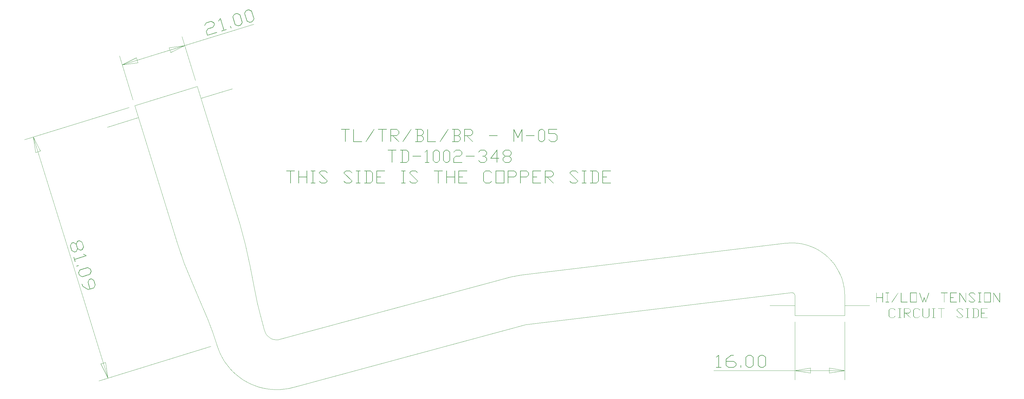
<source format=gbr>
G04 AutoGERB 2.0 for AutoCAD 14*
G04 RS274-X Output *
%FSLAX34Y34*%
%MOMM*%
%ADD12C,0.005000*%
%ADD13C,0.007000*%
G54D12*X1824583Y1198887D02*X2673861Y1301065D01*G54D12*X1805470Y1357741D02*X2654749Y1459919D01*G54D12*X949835Y1312583D02*X935197Y1387116D01*X920187Y1456671*X902957Y1520464*G54D12*X702290Y1458555D02*X565471Y1902026D01*G54D13*X371077Y1431204D02*X362229Y1436691D01*X357675Y1451451*X361894Y1460969*X368510Y1463010*X376825Y1457905*X380786Y1466796*X387403Y1468838*X396282Y1463362*X400836Y1448602*X396586Y1439074*X389969Y1437033*X381678Y1442178*X377693Y1433245*X371077Y1431204*G54D13*X390003Y1438104D02*X395980Y1439948D01*X399891Y1448727*X395563Y1462756*X387395Y1467775*X381417Y1465931*X377492Y1457181*X381820Y1443151*X390003Y1438104*G54D13*X371083Y1432267D02*X377088Y1434120D01*X380979Y1442892*X376651Y1456921*X368503Y1461948*X362498Y1460095*X358598Y1451352*X362927Y1437322*X371083Y1432267*G54D13*X373283Y1400862D02*X368837Y1415271D01*X369652Y1415522*X371730Y1408787*X408108Y1420011*X400524Y1424664*X400922Y1425553*X409605Y1420178*X409812Y1419508*X372020Y1407848*X374098Y1401113*X373283Y1400862*G54D13*X378270Y1386064D02*X377971Y1387032D01*X384275Y1388977*X384574Y1388009*X378270Y1386064*G54D13*X395527Y1351953D02*X386679Y1357439D01*X384349Y1364994*X388567Y1374513*X414076Y1382383*X422956Y1376905*X425287Y1369351*X421037Y1359823*X395527Y1351953*G54D13*X395534Y1353015D02*X420431Y1360696D01*X424351Y1369446*X422236Y1376300*X414069Y1381319*X389172Y1373638*X385272Y1364896*X387386Y1358042*X395534Y1353015*G54D13*X415179Y1310656D02*X397798Y1321402D01*X395520Y1328785*X396335Y1329037*X398505Y1322003*X415186Y1311719*X420904Y1313484*X414334Y1334777*X418578Y1344303*X425195Y1346345*X434074Y1340867*X438628Y1326108*X434378Y1316579*X415179Y1310656*G54D13*X421745Y1313743D02*X433772Y1317454D01*X437683Y1326233*X433355Y1340262*X425187Y1345281*X419209Y1343437*X415283Y1334687*X421745Y1313743*G54D12*X546359Y1896130D02*X210969Y1792656D01*G54D12*X809311Y1128628D02*X450032Y1017784D01*G54D12*X239636Y1801500D02*X359167Y1414064D01*G54D12*X478698Y1026628D02*X359167Y1414064D01*G54D12*X246731Y1751364D02*X262020Y1756080D01*X239636Y1801500*X239636Y1801500*X246731Y1751364*G54D12*X471602Y1076764D02*X456314Y1072047D01*X478698Y1026628*X478698Y1026628*X471602Y1076764*G54D12*X828422Y1134525D02*X814829Y1174965D01*X798762Y1216912*X780683Y1260396*G54D12*X780683Y1260396D02*X750784Y1330221D01*X723997Y1396143*X702290Y1458555*G54D12*X1777234Y1352261D02*X1031196Y1150860D01*G54D12*X1818935Y1197791D02*X1072897Y996390D01*G54D12*X829659Y1130516D02*X834222Y1117368D01*X839689Y1104569*X846032Y1092182*X853221Y1080265*X861222Y1068878*X869995Y1058074*X879499Y1047907*X889686Y1038425*X900508Y1029674*X911913Y1021698*X923844Y1014534*X936245Y1008217*X949055Y1002777*X962213Y998242*X975654Y994633*X989313Y991967*X1003125Y990257*X1017022Y989512*X1030938Y989736*X1044804Y990927*X1058554Y993079*X1072120Y996182*X1072897Y996390*G54D12*X981311Y1181694D02*X969757Y1222763D01*X959398Y1266472*X949835Y1312583*G54D12*X829659Y1130516D02*X828422Y1134525D01*G54D12*X982548Y1177685D02*X983461Y1175055D01*X984554Y1172496*X985823Y1170018*X987261Y1167635*X988861Y1165357*X990615Y1163197*X992516Y1161163*X994554Y1159267*X996718Y1157517*X998999Y1155921*X1001385Y1154489*X1003865Y1153225*X1006427Y1152137*X1009059Y1151230*X1011747Y1150508*X1014479Y1149975*X1017241Y1149633*X1020021Y1149484*X1022804Y1149529*X1025577Y1149767*X1028327Y1150198*X1031040Y1150818*X1031196Y1150860*G54D12*X982548Y1177685D02*X981311Y1181694D01*G54D12*X1824583Y1198887D02*X1821832Y1198458D01*X1819118Y1197840*X1818935Y1197791*G54D12*X1805470Y1357741D02*X1791719Y1355599D01*X1778150Y1352506*X1777234Y1352261*G54D12*X777930Y1925714D02*X878263Y1956668D01*G54D12*X902957Y1520464D02*X766137Y1963936D01*G54D13*X821665Y2162900D02*X815810Y2153912D01*X800680Y2149244*X795310Y2140990*X799021Y2128961*X828733Y2138128*X828984Y2137313*X798255Y2127832*X794199Y2140982*X800053Y2149971*X815151Y2154629*X820544Y2162919*X818700Y2168897*X809574Y2172707*X794843Y2168162*X789375Y2159677*X788449Y2160064*X794222Y2168870*X809720Y2173652*X819623Y2169517*X821665Y2162900*G54D13*X859252Y2146651D02*X844122Y2141983D01*X843871Y2142798*X850943Y2144980*X839719Y2181358*X834747Y2173676*X833822Y2174062*X839565Y2182859*X840269Y2183077*X851929Y2145284*X859001Y2147466*X859252Y2146651*G54D13*X874795Y2151868D02*X873777Y2151554D01*X871833Y2157858*X872850Y2158172*X874795Y2151868*G54D13*X910707Y2169681D02*X904845Y2160717D01*X896912Y2158270*X887019Y2162372*X879148Y2187882*X885001Y2196877*X892934Y2199325*X902837Y2195190*X910707Y2169681*G54D13*X909596Y2169673D02*X901915Y2194570D01*X892821Y2198384*X885624Y2196163*X880260Y2187889*X887941Y2162992*X897028Y2159198*X904225Y2161419*X909596Y2169673*G54D13*X948547Y2181355D02*X942685Y2172392D01*X934753Y2169944*X924859Y2174047*X916988Y2199556*X922842Y2208552*X930774Y2210999*X940677Y2206865*X948547Y2181355*G54D13*X947436Y2181347D02*X939755Y2206244D01*X930661Y2210058*X923464Y2207837*X918101Y2199564*X925782Y2174667*X934868Y2170873*X942066Y2173093*X947436Y2181347*G54D12*X559574Y1921137D02*X516076Y2062127D01*G54D12*X760241Y1983047D02*X716743Y2124036D01*G54D12*X524921Y2033460D02*X625254Y2064415D01*G54D12*X725588Y2095370D02*X625254Y2064415D01*G54D12*X625254Y2064415D02*X946902Y2163649D01*G54D12*X575057Y2040556D02*X570340Y2055845D01*X524921Y2033460*X524921Y2033460*X575057Y2040556*G54D12*X675451Y2088274D02*X680168Y2072985D01*X725588Y2095370*X725588Y2095370*X675451Y2088274*G54D12*X565471Y1902026D02*X766137Y1963936D01*G54D12*X476929Y1832849D02*X577263Y1863804D01*G54D13*X1254747Y1825713D02*X1242003Y1825713D01*X1242003Y1786573*X1241123Y1786573*X1241123Y1825713*X1228378Y1825713*X1228378Y1826573*X1254747Y1826573*X1254747Y1825713*G54D13*X1294317Y1786170D02*X1267519Y1786170D01*X1267519Y1826143*X1268406Y1826143*X1268406Y1787023*X1294317Y1787023*X1294317Y1786170*G54D13*X1334290Y1825925D02*X1307894Y1786382D01*X1307143Y1786805*X1333512Y1826355*X1334290Y1825925*G54D13*X1373458Y1825713D02*X1360713Y1825713D01*X1360713Y1786573*X1359833Y1786573*X1359833Y1825713*X1347089Y1825713*X1347089Y1826573*X1373458Y1826573*X1373458Y1825713*G54D13*X1413485Y1812778D02*X1406615Y1805915D01*X1394300Y1805915*X1413348Y1786921*X1412707Y1786280*X1393099Y1805915*X1387116Y1805915*X1387116Y1786573*X1386229Y1786573*X1386229Y1826573*X1406615Y1826573*X1413485Y1819703*X1413485Y1812778*G54D13*X1412598Y1813126D02*X1412598Y1819382D01*X1406267Y1825707*X1387116Y1825707*X1387116Y1806795*X1406267Y1806795*X1412598Y1813126*G54D13*X1453001Y1825925D02*X1426604Y1786382D01*X1425854Y1786805*X1452223Y1826355*X1453001Y1825925*G54D13*X1492625Y1793007D02*X1485755Y1786170D01*X1465799Y1786170*X1465799Y1787023*X1471967Y1787023*X1471967Y1825713*X1465799Y1825713*X1465799Y1826573*X1485755Y1826573*X1492625Y1819703*X1492625Y1812778*X1486185Y1806372*X1492625Y1799931*X1492625Y1793007*G54D13*X1491738Y1813126D02*X1491738Y1819382D01*X1485407Y1825707*X1472827Y1825707*X1472827Y1806795*X1485407Y1806795*X1491738Y1813126*G54D13*X1491738Y1793327D02*X1491738Y1799611D01*X1485407Y1805915*X1472827Y1805915*X1472827Y1787023*X1485407Y1787023*X1491738Y1793327*G54D13*X1531738Y1786170D02*X1504940Y1786170D01*X1504940Y1826143*X1505827Y1826143*X1505827Y1787023*X1531738Y1787023*X1531738Y1786170*G54D13*X1571711Y1825925D02*X1545315Y1786382D01*X1544565Y1786805*X1570933Y1826355*X1571711Y1825925*G54D13*X1611336Y1793007D02*X1604466Y1786170D01*X1584510Y1786170*X1584510Y1787023*X1590677Y1787023*X1590677Y1825713*X1584510Y1825713*X1584510Y1826573*X1604466Y1826573*X1611336Y1819703*X1611336Y1812778*X1604895Y1806372*X1611336Y1799931*X1611336Y1793007*G54D13*X1610449Y1813126D02*X1610449Y1819382D01*X1604118Y1825707*X1591537Y1825707*X1591537Y1806795*X1604118Y1806795*X1610449Y1813126*G54D13*X1610449Y1793327D02*X1610449Y1799611D01*X1604118Y1805915*X1591537Y1805915*X1591537Y1787023*X1604118Y1787023*X1610449Y1793327*G54D13*X1650906Y1812778D02*X1644036Y1805915D01*X1631721Y1805915*X1650770Y1786921*X1650128Y1786280*X1630521Y1805915*X1624537Y1805915*X1624537Y1786573*X1623650Y1786573*X1623650Y1826573*X1644036Y1826573*X1650906Y1819703*X1650906Y1812778*G54D13*X1650019Y1813126D02*X1650019Y1819382D01*X1643688Y1825707*X1624537Y1825707*X1624537Y1806795*X1643688Y1806795*X1650019Y1813126*G54D13*X1729589Y1805915D02*X1703221Y1805915D01*X1703221Y1806802*X1729589Y1806802*X1729589Y1805915*G54D13*X1809187Y1786573D02*X1808300Y1786573D01*X1808300Y1824260*X1795556Y1798778*X1782818Y1824260*X1782818Y1786573*X1781931Y1786573*X1781931Y1826143*X1782873Y1826143*X1795556Y1800764*X1808245Y1826143*X1809187Y1826143*X1809187Y1786573*G54D13*X1848300Y1805915D02*X1821931Y1805915D01*X1821931Y1806802*X1848300Y1806802*X1848300Y1805915*G54D13*X1881730Y1793007D02*X1874860Y1786170D01*X1867942Y1786170*X1861071Y1793007*X1861071Y1819703*X1867942Y1826573*X1874860Y1826573*X1881730Y1819703*X1881730Y1793007*G54D13*X1880843Y1793327D02*X1880843Y1819382D01*X1874539Y1825707*X1868262Y1825707*X1861958Y1819382*X1861958Y1793327*X1868262Y1787023*X1874539Y1787023*X1880843Y1793327*G54D13*X1921327Y1793007D02*X1914457Y1786170D01*X1900942Y1786170*X1894181Y1792850*X1894822Y1793491*X1901262Y1787023*X1914109Y1787023*X1920440Y1793327*X1920440Y1806208*X1914109Y1812512*X1894072Y1812512*X1894072Y1826573*X1920870Y1826573*X1920870Y1825713*X1894959Y1825713*X1894959Y1813399*X1914457Y1813399*X1921327Y1806529*X1921327Y1793007*G54D13*X1078080Y1692380D02*X1065336Y1692380D01*X1065336Y1653240*X1064456Y1653240*X1064456Y1692380*X1051711Y1692380*X1051711Y1693240*X1078080Y1693240*X1078080Y1692380*G54D13*X1118107Y1653240D02*X1117220Y1653240D01*X1117220Y1672582*X1091739Y1672582*X1091739Y1653240*X1090852Y1653240*X1090852Y1692810*X1091739Y1692810*X1091739Y1673462*X1117220Y1673462*X1117220Y1692810*X1118107Y1692810*X1118107Y1653240*G54D13*X1144046Y1652837D02*X1130852Y1652837D01*X1130852Y1653690*X1137019Y1653690*X1137019Y1692380*X1130852Y1692380*X1130852Y1693240*X1144046Y1693240*X1144046Y1692380*X1137879Y1692380*X1137879Y1653690*X1144046Y1653690*X1144046Y1652837*G54D13*X1184237Y1659837D02*X1177203Y1652837D01*X1163688Y1652837*X1156927Y1659517*X1157568Y1660158*X1164009Y1653690*X1176855Y1653690*X1183030Y1659837*X1156654Y1686206*X1163688Y1693240*X1177203Y1693240*X1183937Y1686527*X1183296Y1685885*X1176855Y1692380*X1164009Y1692380*X1157862Y1686206*X1184237Y1659837*G54D13*X1263378Y1659837D02*X1256344Y1652837D01*X1242828Y1652837*X1236067Y1659517*X1236709Y1660158*X1243149Y1653690*X1255996Y1653690*X1262170Y1659837*X1235795Y1686206*X1242828Y1693240*X1256344Y1693240*X1263077Y1686527*X1262436Y1685885*X1255996Y1692380*X1243149Y1692380*X1237002Y1686206*X1263378Y1659837*G54D13*X1289153Y1652837D02*X1275958Y1652837D01*X1275958Y1653690*X1282126Y1653690*X1282126Y1692380*X1275958Y1692380*X1275958Y1693240*X1289153Y1693240*X1289153Y1692380*X1282985Y1692380*X1282985Y1653690*X1289153Y1653690*X1289153Y1652837*G54D13*X1329180Y1659674D02*X1322310Y1652837D01*X1302354Y1652837*X1302354Y1653690*X1308522Y1653690*X1308522Y1692380*X1302354Y1692380*X1302354Y1693240*X1322310Y1693240*X1329180Y1686370*X1329180Y1659674*G54D13*X1328293Y1659994D02*X1328293Y1686049D01*X1321962Y1692374*X1309381Y1692374*X1309381Y1653690*X1321962Y1653690*X1328293Y1659994*G54D13*X1368293Y1652837D02*X1341495Y1652837D01*X1341495Y1693240*X1368293Y1693240*X1368293Y1692380*X1342382Y1692380*X1342382Y1673462*X1355119Y1673462*X1355119Y1672582*X1342382Y1672582*X1342382Y1653690*X1368293Y1653690*X1368293Y1652837*G54D13*X1434259Y1652837D02*X1421065Y1652837D01*X1421065Y1653690*X1427232Y1653690*X1427232Y1692380*X1421065Y1692380*X1421065Y1693240*X1434259Y1693240*X1434259Y1692380*X1428092Y1692380*X1428092Y1653690*X1434259Y1653690*X1434259Y1652837*G54D13*X1474451Y1659837D02*X1467417Y1652837D01*X1453901Y1652837*X1447140Y1659517*X1447782Y1660158*X1454222Y1653690*X1467069Y1653690*X1473243Y1659837*X1446867Y1686206*X1453901Y1693240*X1467417Y1693240*X1474150Y1686527*X1473509Y1685885*X1467069Y1692380*X1454222Y1692380*X1448075Y1686206*X1474451Y1659837*G54D13*X1552970Y1692380D02*X1540226Y1692380D01*X1540226Y1653240*X1539346Y1653240*X1539346Y1692380*X1526601Y1692380*X1526601Y1693240*X1552970Y1693240*X1552970Y1692380*G54D13*X1592997Y1653240D02*X1592110Y1653240D01*X1592110Y1672582*X1566629Y1672582*X1566629Y1653240*X1565742Y1653240*X1565742Y1692810*X1566629Y1692810*X1566629Y1673462*X1592110Y1673462*X1592110Y1692810*X1592997Y1692810*X1592997Y1653240*G54D13*X1632110Y1652837D02*X1605312Y1652837D01*X1605312Y1693240*X1632110Y1693240*X1632110Y1692380*X1606199Y1692380*X1606199Y1673462*X1618936Y1673462*X1618936Y1672582*X1606199Y1672582*X1606199Y1653690*X1632110Y1653690*X1632110Y1652837*G54D13*X1711571Y1659517D02*X1704838Y1652837D01*X1691322Y1652837*X1684452Y1659674*X1684452Y1686370*X1691322Y1693240*X1704838Y1693240*X1711571Y1686527*X1710930Y1685885*X1704490Y1692380*X1691643Y1692380*X1685339Y1686049*X1685339Y1659994*X1691643Y1653690*X1704490Y1653690*X1710930Y1660158*X1711571Y1659517*G54D13*X1751278Y1652837D02*X1724022Y1652837D01*X1724022Y1693240*X1751278Y1693240*X1751278Y1652837*G54D13*X1750391Y1653690D02*X1750391Y1692374D01*X1724909Y1692374*X1724909Y1653690*X1750391Y1653690*G54D13*X1790848Y1679445D02*X1783978Y1672582D01*X1764480Y1672582*X1764480Y1653240*X1763593Y1653240*X1763593Y1693240*X1783978Y1693240*X1790848Y1686370*X1790848Y1679445*G54D13*X1789961Y1679793D02*X1789961Y1686049D01*X1783630Y1692374*X1764480Y1692374*X1764480Y1673462*X1783630Y1673462*X1789961Y1679793*G54D13*X1830418Y1679445D02*X1823548Y1672582D01*X1804050Y1672582*X1804050Y1653240*X1803163Y1653240*X1803163Y1693240*X1823548Y1693240*X1830418Y1686370*X1830418Y1679445*G54D13*X1829532Y1679793D02*X1829532Y1686049D01*X1823200Y1692374*X1804050Y1692374*X1804050Y1673462*X1823200Y1673462*X1829532Y1679793*G54D13*X1869532Y1652837D02*X1842733Y1652837D01*X1842733Y1693240*X1869532Y1693240*X1869532Y1692380*X1843620Y1692380*X1843620Y1673462*X1856357Y1673462*X1856357Y1672582*X1843620Y1672582*X1843620Y1653690*X1869532Y1653690*X1869532Y1652837*G54D13*X1909559Y1679445D02*X1902689Y1672582D01*X1890374Y1672582*X1909422Y1653588*X1908781Y1652947*X1889173Y1672582*X1883190Y1672582*X1883190Y1653240*X1882303Y1653240*X1882303Y1693240*X1902689Y1693240*X1909559Y1686370*X1909559Y1679445*G54D13*X1908672Y1679793D02*X1908672Y1686049D01*X1902341Y1692374*X1883190Y1692374*X1883190Y1673462*X1902341Y1673462*X1908672Y1679793*G54D13*X1988863Y1659837D02*X1981829Y1652837D01*X1968314Y1652837*X1961553Y1659517*X1962194Y1660158*X1968634Y1653690*X1981481Y1653690*X1987655Y1659837*X1961280Y1686206*X1968314Y1693240*X1981829Y1693240*X1988563Y1686527*X1987921Y1685885*X1981481Y1692380*X1968634Y1692380*X1962487Y1686206*X1988863Y1659837*G54D13*X2014638Y1652837D02*X2001444Y1652837D01*X2001444Y1653690*X2007611Y1653690*X2007611Y1692380*X2001444Y1692380*X2001444Y1693240*X2014638Y1693240*X2014638Y1692380*X2008471Y1692380*X2008471Y1653690*X2014638Y1653690*X2014638Y1652837*G54D13*X2054665Y1659674D02*X2047795Y1652837D01*X2027840Y1652837*X2027840Y1653690*X2034007Y1653690*X2034007Y1692380*X2027840Y1692380*X2027840Y1693240*X2047795Y1693240*X2054665Y1686370*X2054665Y1659674*G54D13*X2053779Y1659994D02*X2053779Y1686049D01*X2047447Y1692374*X2034867Y1692374*X2034867Y1653690*X2047447Y1653690*X2053779Y1659994*G54D13*X2093779Y1652837D02*X2066980Y1652837D01*X2066980Y1693240*X2093779Y1693240*X2093779Y1692380*X2067867Y1692380*X2067867Y1673462*X2080604Y1673462*X2080604Y1672582*X2067867Y1672582*X2067867Y1653690*X2093779Y1653690*X2093779Y1652837*G54D13*X1404747Y1759046D02*X1392003Y1759046D01*X1392003Y1719906*X1391123Y1719906*X1391123Y1759046*X1378378Y1759046*X1378378Y1759906*X1404747Y1759906*X1404747Y1759046*G54D13*X1444774Y1726340D02*X1437904Y1719503D01*X1417948Y1719503*X1417948Y1720356*X1424116Y1720356*X1424116Y1759046*X1417948Y1759046*X1417948Y1759906*X1437904Y1759906*X1444774Y1753036*X1444774Y1726340*G54D13*X1443887Y1726660D02*X1443887Y1752715D01*X1437556Y1759040*X1424976Y1759040*X1424976Y1720356*X1437556Y1720356*X1443887Y1726660*G54D13*X1483887Y1739248D02*X1457519Y1739248D01*X1457519Y1740135*X1483887Y1740135*X1483887Y1739248*G54D13*X1510283Y1719503D02*X1497089Y1719503D01*X1497089Y1720356*X1503256Y1720356*X1503256Y1758426*X1497410Y1752551*X1496768Y1753193*X1503502Y1759906*X1504116Y1759906*X1504116Y1720356*X1510283Y1720356*X1510283Y1719503*G54D13*X1543713Y1726340D02*X1536843Y1719503D01*X1529925Y1719503*X1523055Y1726340*X1523055Y1753036*X1529925Y1759906*X1536843Y1759906*X1543713Y1753036*X1543713Y1726340*G54D13*X1542827Y1726660D02*X1542827Y1752715D01*X1536523Y1759040*X1530246Y1759040*X1523942Y1752715*X1523942Y1726660*X1530246Y1720356*X1536523Y1720356*X1542827Y1726660*G54D13*X1576714Y1726340D02*X1569843Y1719503D01*X1562925Y1719503*X1556055Y1726340*X1556055Y1753036*X1562925Y1759906*X1569843Y1759906*X1576714Y1753036*X1576714Y1726340*G54D13*X1575827Y1726660D02*X1575827Y1752715D01*X1569523Y1759040*X1563246Y1759040*X1556942Y1752715*X1556942Y1726660*X1563246Y1720356*X1569523Y1720356*X1575827Y1726660*G54D13*X1616311Y1746111D02*X1609441Y1739248D01*X1596246Y1739248*X1589942Y1732944*X1589942Y1720356*X1615854Y1720356*X1615854Y1719503*X1589055Y1719503*X1589055Y1733264*X1595926Y1740128*X1609093Y1740128*X1615424Y1746459*X1615424Y1752715*X1609093Y1759046*X1596246Y1759046*X1589806Y1752551*X1589165Y1753193*X1595926Y1759906*X1609441Y1759906*X1616311Y1753036*X1616311Y1746111*G54D13*X1655424Y1739248D02*X1629055Y1739248D01*X1629055Y1740135*X1655424Y1740135*X1655424Y1739248*G54D13*X1695451Y1726340D02*X1688581Y1719503D01*X1675066Y1719503*X1668305Y1726183*X1668946Y1726824*X1675387Y1720356*X1688233Y1720356*X1694565Y1726660*X1694565Y1732944*X1688233Y1739248*X1681820Y1739248*X1681820Y1740128*X1688233Y1740128*X1694565Y1746459*X1694565Y1752715*X1688233Y1759046*X1675387Y1759046*X1668946Y1752551*X1668305Y1753193*X1675066Y1759906*X1688581Y1759906*X1695451Y1753036*X1695451Y1746111*X1689011Y1739705*X1695451Y1733264*X1695451Y1726340*G54D13*X1734565Y1732671D02*X1728424Y1732671D01*X1728424Y1719906*X1727537Y1719906*X1727537Y1732671*X1707309Y1732671*X1728424Y1760793*X1728424Y1733530*X1734565Y1733530*X1734565Y1732671*G54D13*X1727537Y1733530D02*X1727537Y1758159D01*X1709083Y1733530*X1727537Y1733530*G54D13*X1774592Y1726340D02*X1767722Y1719503D01*X1754206Y1719503*X1747336Y1726340*X1747336Y1733264*X1753749Y1739705*X1747336Y1746111*X1747336Y1753036*X1754206Y1759906*X1767722Y1759906*X1774592Y1753036*X1774592Y1746111*X1768151Y1739705*X1774592Y1733264*X1774592Y1726340*G54D13*X1773705Y1746459D02*X1773705Y1752715D01*X1767374Y1759040*X1754527Y1759040*X1748223Y1752715*X1748223Y1746459*X1754527Y1740128*X1767374Y1740128*X1773705Y1746459*G54D13*X1773705Y1726660D02*X1773705Y1732944D01*X1767374Y1739248*X1754527Y1739248*X1748223Y1732944*X1748223Y1726660*X1754527Y1720356*X1767374Y1720356*X1773705Y1726660*G54D12*X2685056Y1227137D02*X2845056Y1227137D01*G54D13*X2448289Y1060288D02*X2432456Y1060288D01*X2432456Y1061141*X2439857Y1061141*X2439857Y1099211*X2432841Y1093336*X2432071Y1093978*X2440151Y1100691*X2440888Y1100691*X2440888Y1061141*X2448289Y1061141*X2448289Y1060288*G54D13*X2496322Y1067125D02*X2488078Y1060288D01*X2471859Y1060288*X2463615Y1067125*X2463615Y1087244*X2479776Y1100691*X2487857Y1100691*X2487857Y1099831*X2480161Y1099831*X2464680Y1086896*X2464680Y1080913*X2488078Y1080913*X2496322Y1074049*X2496322Y1067125*G54D13*X2495258Y1067445D02*X2495258Y1073729D01*X2487660Y1080033*X2464680Y1080033*X2464680Y1067445*X2472244Y1061141*X2487660Y1061141*X2495258Y1067445*G54D13*X2512164Y1060691D02*X2511099Y1060691D01*X2511099Y1067288*X2512164Y1067288*X2512164Y1060691*G54D13*X2551731Y1067125D02*X2543487Y1060288D01*X2535185Y1060288*X2526941Y1067125*X2526941Y1093821*X2535185Y1100691*X2543487Y1100691*X2551731Y1093821*X2551731Y1067125*G54D13*X2550667Y1067445D02*X2550667Y1093500D01*X2543102Y1099825*X2535570Y1099825*X2528005Y1093500*X2528005Y1067445*X2535570Y1061141*X2543102Y1061141*X2550667Y1067445*G54D13*X2591331Y1067125D02*X2583087Y1060288D01*X2574786Y1060288*X2566541Y1067125*X2566541Y1093821*X2574786Y1100691*X2583087Y1100691*X2591331Y1093821*X2591331Y1067125*G54D13*X2590267Y1067445D02*X2590267Y1093500D01*X2582702Y1099825*X2575170Y1099825*X2567606Y1093500*X2567606Y1067445*X2575170Y1061141*X2582702Y1061141*X2590267Y1067445*G54D12*X2685056Y1207137D02*X2685056Y1020691D01*G54D12*X2845056Y1207137D02*X2845056Y1020691D01*G54D12*X2685056Y1050691D02*X2765056Y1050691D01*G54D12*X2765056Y1050691D02*X2424539Y1050691D01*G54D12*X2845056Y1050691D02*X2765056Y1050691D01*G54D12*X2735056Y1042691D02*X2735056Y1058691D01*X2685056Y1050691*X2685056Y1050691*X2735056Y1042691*G54D12*X2795056Y1058691D02*X2795056Y1042691D01*X2845056Y1050691*X2845056Y1050691*X2795056Y1058691*G54D12*X2845056Y1291137D02*X2844644Y1302959D01*X2843411Y1314724*X2841363Y1326375*X2838510Y1337856*X2834865Y1349110*X2830447Y1360083*X2825276Y1370723*X2819377Y1380977*X2812780Y1390796*X2805516Y1400133*X2797620Y1408941*X2789131Y1417180*X2780089Y1424808*X2770539Y1431789*X2760526Y1438088*X2750100Y1443676*X2739310Y1448526*X2728209Y1452613*X2716850Y1455919*X2705289Y1458426*X2693582Y1460124*X2681785Y1461003*X2669956Y1461060*X2658151Y1460294*X2654749Y1459919*G54D12*X2685056Y1227137D02*X2685056Y1291137D01*G54D12*X2685056Y1291137D02*X2685032Y1291832D01*X2684959Y1292524*X2684839Y1293209*X2684671Y1293885*X2684456Y1294547*X2684196Y1295192*X2683892Y1295818*X2683545Y1296421*X2683157Y1296999*X2682730Y1297548*X2682265Y1298066*X2681766Y1298551*X2681234Y1299000*X2680672Y1299410*X2680083Y1299781*X2679470Y1300109*X2678835Y1300395*X2678182Y1300635*X2677514Y1300830*X2676834Y1300977*X2676146Y1301077*X2675452Y1301129*X2674756Y1301132*X2674061Y1301087*X2673861Y1301065*G54D12*X2605056Y1259137D02*X2685056Y1259137D01*G54D13*X3007006Y1225313D02*X3001956Y1220304D01*X2991819Y1220304*X2986667Y1225431*X2986667Y1245453*X2991819Y1250606*X3001956Y1250606*X3007006Y1245571*X3006525Y1245090*X3001695Y1249961*X2992060Y1249961*X2987332Y1245213*X2987332Y1225672*X2992060Y1220944*X3001695Y1220944*X3006525Y1225794*X3007006Y1225313*G54D13*X3026563Y1220304D02*X3016667Y1220304D01*X3016667Y1220944*X3021292Y1220944*X3021292Y1249961*X3016667Y1249961*X3016667Y1250606*X3026563Y1250606*X3026563Y1249961*X3021937Y1249961*X3021937Y1220944*X3026563Y1220944*X3026563Y1220304*G54D13*X3056583Y1240260D02*X3051430Y1235112D01*X3042195Y1235112*X3056481Y1220867*X3056000Y1220386*X3041294Y1235112*X3036806Y1235112*X3036806Y1220606*X3036141Y1220606*X3036141Y1250606*X3051430Y1250606*X3056583Y1245453*X3056583Y1240260*G54D13*X3055918Y1240521D02*X3055918Y1245213D01*X3051169Y1249956*X3036806Y1249956*X3036806Y1235772*X3051169Y1235772*X3055918Y1240521*G54D13*X3086158Y1225313D02*X3081108Y1220304D01*X3070972Y1220304*X3065819Y1225431*X3065819Y1245453*X3070972Y1250606*X3081108Y1250606*X3086158Y1245571*X3085677Y1245090*X3080847Y1249961*X3071212Y1249961*X3066484Y1245213*X3066484Y1225672*X3071212Y1220944*X3080847Y1220944*X3085677Y1225794*X3086158Y1225313*G54D13*X3115938Y1225431D02*X3110786Y1220304D01*X3100649Y1220304*X3095497Y1225431*X3095497Y1250284*X3096162Y1250284*X3096162Y1225672*X3100890Y1220944*X3110525Y1220944*X3115273Y1225672*X3115273Y1250284*X3115938Y1250284*X3115938Y1225431*G54D13*X3135393Y1220304D02*X3125497Y1220304D01*X3125497Y1220944*X3130122Y1220944*X3130122Y1249961*X3125497Y1249961*X3125497Y1250606*X3135393Y1250606*X3135393Y1249961*X3130767Y1249961*X3130767Y1220944*X3135393Y1220944*X3135393Y1220304*G54D13*X3165070Y1249961D02*X3155512Y1249961D01*X3155512Y1220606*X3154852Y1220606*X3154852Y1249961*X3145294Y1249961*X3145294Y1250606*X3165070Y1250606*X3165070Y1249961*G54D13*X3224891Y1225554D02*X3219616Y1220304D01*X3209479Y1220304*X3204408Y1225313*X3204889Y1225794*X3209720Y1220944*X3219355Y1220944*X3223985Y1225554*X3204204Y1245331*X3209479Y1250606*X3219616Y1250606*X3224666Y1245571*X3224185Y1245090*X3219355Y1249961*X3209720Y1249961*X3205109Y1245331*X3224891Y1225554*G54D13*X3244222Y1220304D02*X3234327Y1220304D01*X3234327Y1220944*X3238952Y1220944*X3238952Y1249961*X3234327Y1249961*X3234327Y1250606*X3244222Y1250606*X3244222Y1249961*X3239597Y1249961*X3239597Y1220944*X3244222Y1220944*X3244222Y1220304*G54D13*X3274243Y1225431D02*X3269090Y1220304D01*X3254124Y1220304*X3254124Y1220944*X3258749Y1220944*X3258749Y1249961*X3254124Y1249961*X3254124Y1250606*X3269090Y1250606*X3274243Y1245453*X3274243Y1225431*G54D13*X3273578Y1225672D02*X3273578Y1245213D01*X3268829Y1249956*X3259394Y1249956*X3259394Y1220944*X3268829Y1220944*X3273578Y1225672*G54D13*X3303578Y1220304D02*X3283479Y1220304D01*X3283479Y1250606*X3303578Y1250606*X3303578Y1249961*X3284144Y1249961*X3284144Y1235772*X3293697Y1235772*X3293697Y1235112*X3284144Y1235112*X3284144Y1220944*X3303578Y1220944*X3303578Y1220304*G54D13*X2967108Y1270606D02*X2966443Y1270606D01*X2966443Y1285112*X2947332Y1285112*X2947332Y1270606*X2946667Y1270606*X2946667Y1300284*X2947332Y1300284*X2947332Y1285772*X2966443Y1285772*X2966443Y1300284*X2967108Y1300284*X2967108Y1270606*G54D13*X2986563Y1270304D02*X2976667Y1270304D01*X2976667Y1270944*X2981292Y1270944*X2981292Y1299961*X2976667Y1299961*X2976667Y1300606*X2986563Y1300606*X2986563Y1299961*X2981937Y1299961*X2981937Y1270944*X2986563Y1270944*X2986563Y1270304*G54D13*X3016542Y1300120D02*X2996745Y1270463D01*X2996182Y1270780*X3015959Y1300442*X3016542Y1300120*G54D13*X3045918Y1270304D02*X3025819Y1270304D01*X3025819Y1300284*X3026484Y1300284*X3026484Y1270944*X3045918Y1270944*X3045918Y1270304*G54D13*X3075938Y1270304D02*X3055497Y1270304D01*X3055497Y1300606*X3075938Y1300606*X3075938Y1270304*G54D13*X3075273Y1270944D02*X3075273Y1299956D01*X3056162Y1299956*X3056162Y1270944*X3075273Y1270944*G54D13*X3115497Y1300156D02*X3105616Y1270606D01*X3104930Y1270606*X3100325Y1284406*X3095735Y1270606*X3095055Y1270606*X3085174Y1300156*X3085839Y1300401*X3095393Y1271650*X3100325Y1286478*X3105273Y1271650*X3114831Y1300401*X3115497Y1300156*G54D13*X3174524Y1299961D02*X3164966Y1299961D01*X3164966Y1270606*X3164306Y1270606*X3164306Y1299961*X3154748Y1299961*X3154748Y1300606*X3174524Y1300606*X3174524Y1299961*G54D13*X3204202Y1270304D02*X3184103Y1270304D01*X3184103Y1300606*X3204202Y1300606*X3204202Y1299961*X3184768Y1299961*X3184768Y1285772*X3194321Y1285772*X3194321Y1285112*X3184768Y1285112*X3184768Y1270944*X3204202Y1270944*X3204202Y1270304*G54D13*X3234222Y1270606D02*X3233516Y1270606D01*X3214446Y1299214*X3214446Y1270606*X3213781Y1270606*X3213781Y1300263*X3214502Y1300284*X3233557Y1271691*X3233557Y1300284*X3234222Y1300284*X3234222Y1270606*G54D13*X3264023Y1275554D02*X3258747Y1270304D01*X3248611Y1270304*X3243540Y1275313*X3244021Y1275794*X3248852Y1270944*X3258487Y1270944*X3263117Y1275554*X3243336Y1295331*X3248611Y1300606*X3258747Y1300606*X3263798Y1295571*X3263317Y1295090*X3258487Y1299961*X3248852Y1299961*X3244241Y1295331*X3264023Y1275554*G54D13*X3283354Y1270304D02*X3273458Y1270304D01*X3273458Y1270944*X3278084Y1270944*X3278084Y1299961*X3273458Y1299961*X3273458Y1300606*X3283354Y1300606*X3283354Y1299961*X3278729Y1299961*X3278729Y1270944*X3283354Y1270944*X3283354Y1270304*G54D13*X3313375Y1270304D02*X3292933Y1270304D01*X3292933Y1300606*X3313375Y1300606*X3313375Y1270304*G54D13*X3312710Y1270944D02*X3312710Y1299956D01*X3293598Y1299956*X3293598Y1270944*X3312710Y1270944*G54D13*X3343052Y1270606D02*X3342346Y1270606D01*X3323276Y1299214*X3323276Y1270606*X3322611Y1270606*X3322611Y1300263*X3323332Y1300284*X3342387Y1271691*X3342387Y1300284*X3343052Y1300284*X3343052Y1270606*G54D12*X2845056Y1227137D02*X2845056Y1291137D01*G54D12*X2845056Y1259137D02*X2925056Y1259137D01*M02*
</source>
